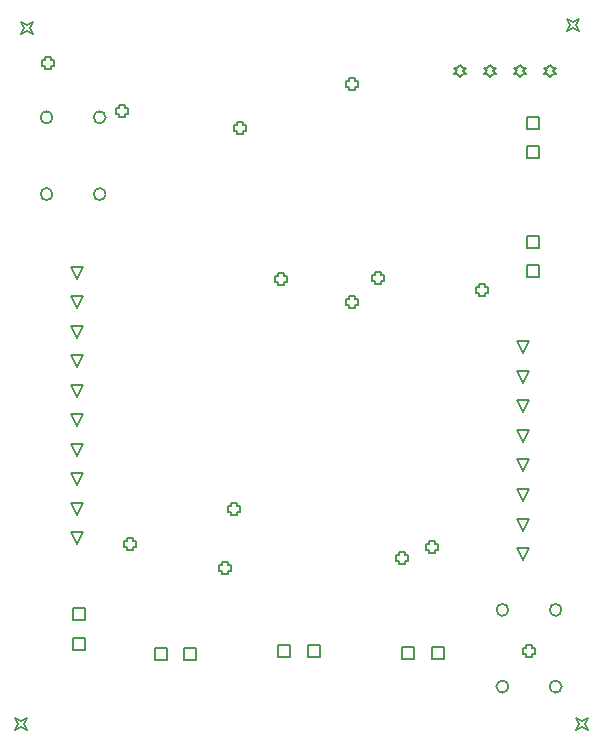
<source format=gbr>
G04*
G04 #@! TF.GenerationSoftware,Altium Limited,Altium Designer,24.2.2 (26)*
G04*
G04 Layer_Color=2752767*
%FSLAX43Y43*%
%MOMM*%
G71*
G04*
G04 #@! TF.SameCoordinates,78AD72C9-59E1-4A50-B3D3-B96FA2B5B495*
G04*
G04*
G04 #@! TF.FilePolarity,Positive*
G04*
G01*
G75*
%ADD59C,0.127*%
%ADD60C,0.169*%
D59*
X6667Y8567D02*
Y9583D01*
X7683D01*
Y8567D01*
X6667D01*
Y11067D02*
Y12083D01*
X7683D01*
Y11067D01*
X6667D01*
X7000Y17492D02*
X6492Y18508D01*
X7508D01*
X7000Y17492D01*
Y19992D02*
X6492Y21008D01*
X7508D01*
X7000Y19992D01*
Y22492D02*
X6492Y23508D01*
X7508D01*
X7000Y22492D01*
Y24992D02*
X6492Y26008D01*
X7508D01*
X7000Y24992D01*
Y27492D02*
X6492Y28508D01*
X7508D01*
X7000Y27492D01*
Y29992D02*
X6492Y31008D01*
X7508D01*
X7000Y29992D01*
Y32492D02*
X6492Y33508D01*
X7508D01*
X7000Y32492D01*
Y34992D02*
X6492Y36008D01*
X7508D01*
X7000Y34992D01*
Y37492D02*
X6492Y38508D01*
X7508D01*
X7000Y37492D01*
Y39992D02*
X6492Y41008D01*
X7508D01*
X7000Y39992D01*
X45092Y50192D02*
Y51208D01*
X46108D01*
Y50192D01*
X45092D01*
Y52692D02*
Y53708D01*
X46108D01*
Y52692D01*
X45092D01*
X45117Y40117D02*
Y41133D01*
X46133D01*
Y40117D01*
X45117D01*
Y42617D02*
Y43633D01*
X46133D01*
Y42617D01*
X45117D01*
X44775Y33667D02*
X44267Y34683D01*
X45283D01*
X44775Y33667D01*
Y31167D02*
X44267Y32183D01*
X45283D01*
X44775Y31167D01*
Y28667D02*
X44267Y29683D01*
X45283D01*
X44775Y28667D01*
Y26167D02*
X44267Y27183D01*
X45283D01*
X44775Y26167D01*
Y23667D02*
X44267Y24683D01*
X45283D01*
X44775Y23667D01*
Y21167D02*
X44267Y22183D01*
X45283D01*
X44775Y21167D01*
Y18667D02*
X44267Y19683D01*
X45283D01*
X44775Y18667D01*
Y16167D02*
X44267Y17183D01*
X45283D01*
X44775Y16167D01*
X26517Y7917D02*
Y8933D01*
X27533D01*
Y7917D01*
X26517D01*
X24017D02*
Y8933D01*
X25033D01*
Y7917D01*
X24017D01*
X37017Y7767D02*
Y8783D01*
X38033D01*
Y7767D01*
X37017D01*
X34517D02*
Y8783D01*
X35533D01*
Y7767D01*
X34517D01*
X16067Y7667D02*
Y8683D01*
X17083D01*
Y7667D01*
X16067D01*
X13567D02*
Y8683D01*
X14583D01*
Y7667D01*
X13567D01*
X39410Y57067D02*
X39664Y57321D01*
X39918D01*
X39664Y57575D01*
X39918Y57829D01*
X39664D01*
X39410Y58083D01*
X39156Y57829D01*
X38902D01*
X39156Y57575D01*
X38902Y57321D01*
X39156D01*
X39410Y57067D01*
X41950D02*
X42204Y57321D01*
X42458D01*
X42204Y57575D01*
X42458Y57829D01*
X42204D01*
X41950Y58083D01*
X41696Y57829D01*
X41442D01*
X41696Y57575D01*
X41442Y57321D01*
X41696D01*
X41950Y57067D01*
X44490D02*
X44744Y57321D01*
X44998D01*
X44744Y57575D01*
X44998Y57829D01*
X44744D01*
X44490Y58083D01*
X44236Y57829D01*
X43982D01*
X44236Y57575D01*
X43982Y57321D01*
X44236D01*
X44490Y57067D01*
X47030D02*
X47284Y57321D01*
X47538D01*
X47284Y57575D01*
X47538Y57829D01*
X47284D01*
X47030Y58083D01*
X46776Y57829D01*
X46522D01*
X46776Y57575D01*
X46522Y57321D01*
X46776D01*
X47030Y57067D01*
X2242Y60742D02*
X2496Y61250D01*
X2242Y61758D01*
X2750Y61504D01*
X3258Y61758D01*
X3004Y61250D01*
X3258Y60742D01*
X2750Y60996D01*
X2242Y60742D01*
X48492Y60992D02*
X48746Y61500D01*
X48492Y62008D01*
X49000Y61754D01*
X49508Y62008D01*
X49254Y61500D01*
X49508Y60992D01*
X49000Y61246D01*
X48492Y60992D01*
X1742Y1742D02*
X1996Y2250D01*
X1742Y2758D01*
X2250Y2504D01*
X2758Y2758D01*
X2504Y2250D01*
X2758Y1742D01*
X2250Y1996D01*
X1742Y1742D01*
X49242D02*
X49496Y2250D01*
X49242Y2758D01*
X49750Y2504D01*
X50258Y2758D01*
X50004Y2250D01*
X50258Y1742D01*
X49750Y1996D01*
X49242Y1742D01*
X44996Y8196D02*
Y7942D01*
X45504D01*
Y8196D01*
X45758D01*
Y8704D01*
X45504D01*
Y8958D01*
X44996D01*
Y8704D01*
X44742D01*
Y8196D01*
X44996D01*
X19996Y20246D02*
Y19992D01*
X20504D01*
Y20246D01*
X20758D01*
Y20754D01*
X20504D01*
Y21008D01*
X19996D01*
Y20754D01*
X19742D01*
Y20246D01*
X19996D01*
X19246Y15246D02*
Y14992D01*
X19754D01*
Y15246D01*
X20008D01*
Y15754D01*
X19754D01*
Y16008D01*
X19246D01*
Y15754D01*
X18992D01*
Y15246D01*
X19246D01*
X11246Y17246D02*
Y16992D01*
X11754D01*
Y17246D01*
X12008D01*
Y17754D01*
X11754D01*
Y18008D01*
X11246D01*
Y17754D01*
X10992D01*
Y17246D01*
X11246D01*
X23996Y39746D02*
Y39492D01*
X24504D01*
Y39746D01*
X24758D01*
Y40254D01*
X24504D01*
Y40508D01*
X23996D01*
Y40254D01*
X23742D01*
Y39746D01*
X23996D01*
X20496Y52496D02*
Y52242D01*
X21004D01*
Y52496D01*
X21258D01*
Y53004D01*
X21004D01*
Y53258D01*
X20496D01*
Y53004D01*
X20242D01*
Y52496D01*
X20496D01*
X29996Y37746D02*
Y37492D01*
X30504D01*
Y37746D01*
X30758D01*
Y38254D01*
X30504D01*
Y38508D01*
X29996D01*
Y38254D01*
X29742D01*
Y37746D01*
X29996D01*
X34246Y16071D02*
Y15817D01*
X34754D01*
Y16071D01*
X35008D01*
Y16579D01*
X34754D01*
Y16833D01*
X34246D01*
Y16579D01*
X33992D01*
Y16071D01*
X34246D01*
X32246Y39785D02*
Y39531D01*
X32754D01*
Y39785D01*
X33008D01*
Y40293D01*
X32754D01*
Y40547D01*
X32246D01*
Y40293D01*
X31992D01*
Y39785D01*
X32246D01*
X40996Y38746D02*
Y38492D01*
X41504D01*
Y38746D01*
X41758D01*
Y39254D01*
X41504D01*
Y39508D01*
X40996D01*
Y39254D01*
X40742D01*
Y38746D01*
X40996D01*
X36746Y16996D02*
Y16742D01*
X37254D01*
Y16996D01*
X37508D01*
Y17504D01*
X37254D01*
Y17758D01*
X36746D01*
Y17504D01*
X36492D01*
Y16996D01*
X36746D01*
X29996Y56246D02*
Y55992D01*
X30504D01*
Y56246D01*
X30758D01*
Y56754D01*
X30504D01*
Y57008D01*
X29996D01*
Y56754D01*
X29742D01*
Y56246D01*
X29996D01*
X4246Y57996D02*
Y57742D01*
X4754D01*
Y57996D01*
X5008D01*
Y58504D01*
X4754D01*
Y58758D01*
X4246D01*
Y58504D01*
X3992D01*
Y57996D01*
X4246D01*
X10496Y53957D02*
Y53703D01*
X11004D01*
Y53957D01*
X11258D01*
Y54465D01*
X11004D01*
Y54719D01*
X10496D01*
Y54465D01*
X10242D01*
Y53957D01*
X10496D01*
D60*
X48008Y11950D02*
G03*
X48008Y11950I-508J0D01*
G01*
X43508D02*
G03*
X43508Y11950I-508J0D01*
G01*
Y5450D02*
G03*
X43508Y5450I-508J0D01*
G01*
X48008D02*
G03*
X48008Y5450I-508J0D01*
G01*
X4908Y47150D02*
G03*
X4908Y47150I-508J0D01*
G01*
X9408D02*
G03*
X9408Y47150I-508J0D01*
G01*
Y53650D02*
G03*
X9408Y53650I-508J0D01*
G01*
X4908D02*
G03*
X4908Y53650I-508J0D01*
G01*
M02*

</source>
